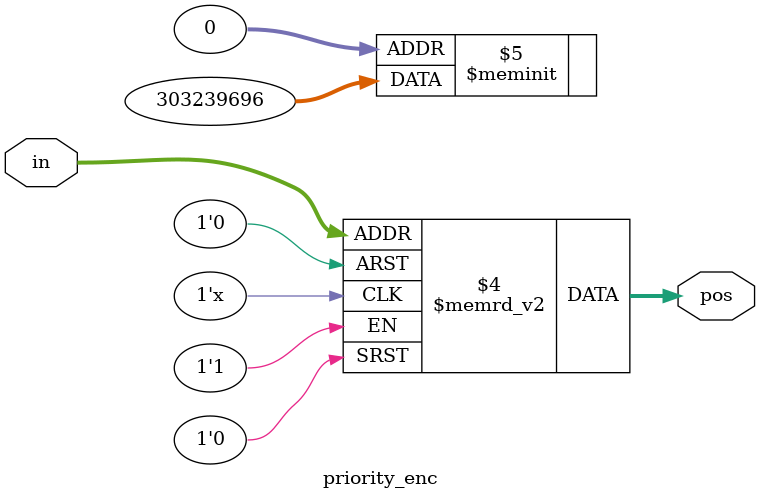
<source format=v>
module priority_enc (
    input [3:0] in,
    output reg [1:0] pos  );
    //w/o using casez
    always@(*)
        begin
            case(in)
                4'b0000: pos=2'b00;
                4'b0001: pos=2'b00;
                4'b0010: pos=2'b01;
                4'b0011: pos=2'b00;
                4'b0100: pos=2'b10;
                4'b0101: pos=2'b00;
                4'b0110: pos=2'b01;
                4'b0111: pos=2'b00;
                4'b1000: pos=2'b11;
                4'b1001: pos=2'b00;
                4'b1010: pos=2'b01;
                4'b1011: pos=2'b00;
                4'b1100: pos=2'b10;
                4'b1101: pos=2'b00;
                4'b1110: pos=2'b01;
                4'b1111: pos=2'b00;
                
            endcase
        end

    //With casez

     /*always@(*)
        begin
            casez(in)
                4'bzzz1:pos=2'b00;
                4'bzz10:pos=2'b01;
                4'bz100:pos=2'b10;
                4'b1000:pos=2'b11;
                default:pos=2'b00;
            endcase
        end   
    */

endmodule
</source>
